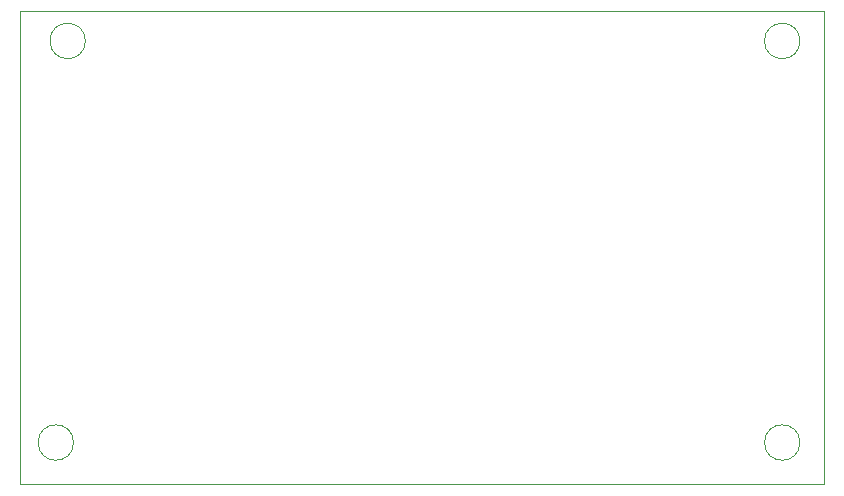
<source format=gbr>
G04 #@! TF.GenerationSoftware,KiCad,Pcbnew,(5.1.4)-1*
G04 #@! TF.CreationDate,2020-02-15T22:34:10+00:00*
G04 #@! TF.ProjectId,ESP32-Telemetry,45535033-322d-4546-956c-656d65747279,rev?*
G04 #@! TF.SameCoordinates,Original*
G04 #@! TF.FileFunction,Profile,NP*
%FSLAX46Y46*%
G04 Gerber Fmt 4.6, Leading zero omitted, Abs format (unit mm)*
G04 Created by KiCad (PCBNEW (5.1.4)-1) date 2020-02-15 22:34:10*
%MOMM*%
%LPD*%
G04 APERTURE LIST*
%ADD10C,0.050000*%
G04 APERTURE END LIST*
D10*
X109500000Y-70500000D02*
G75*
G03X109500000Y-70500000I-1500000J0D01*
G01*
X170000000Y-70500000D02*
G75*
G03X170000000Y-70500000I-1500000J0D01*
G01*
X170000000Y-104500000D02*
G75*
G03X170000000Y-104500000I-1500000J0D01*
G01*
X108500000Y-104500000D02*
G75*
G03X108500000Y-104500000I-1500000J0D01*
G01*
X104000000Y-108000000D02*
X104000000Y-92000000D01*
X172000000Y-108000000D02*
X104000000Y-108000000D01*
X172000000Y-68000000D02*
X172000000Y-108000000D01*
X104000000Y-68000000D02*
X172000000Y-68000000D01*
X104000000Y-92000000D02*
X104000000Y-68000000D01*
M02*

</source>
